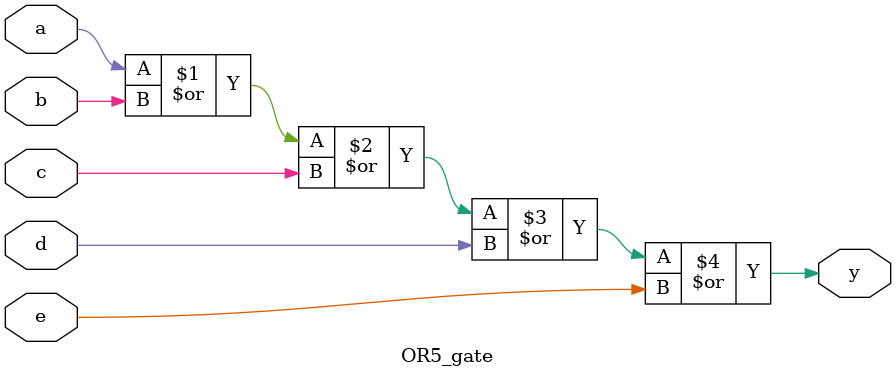
<source format=v>
module OR5_gate (
    input a, b, c, d, e,
    output y
);
    assign y = a | b | c | d | e;
endmodule
</source>
